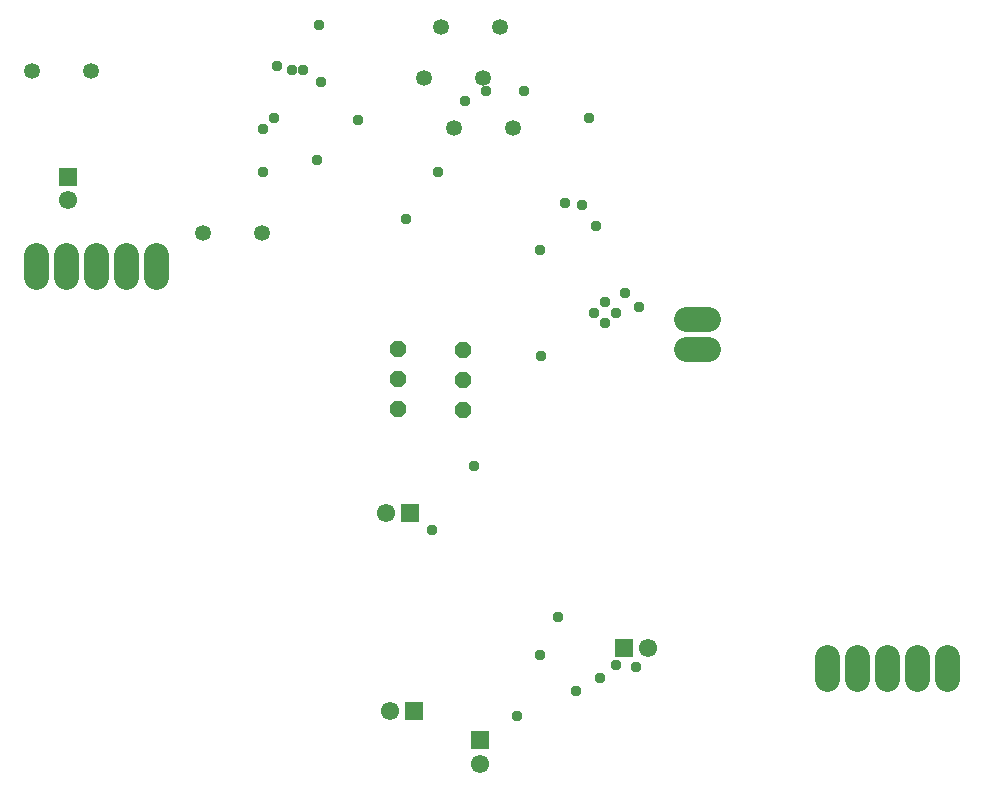
<source format=gbr>
G04 EAGLE Gerber X2 export*
%TF.Part,Single*%
%TF.FileFunction,Soldermask,Bot,1*%
%TF.FilePolarity,Positive*%
%TF.GenerationSoftware,Autodesk,EAGLE,9.2.2*%
%TF.CreationDate,2019-04-19T13:43:48Z*%
G75*
%MOMM*%
%FSLAX34Y34*%
%LPD*%
%INSoldermask Bottom*%
%AMOC8*
5,1,8,0,0,1.08239X$1,22.5*%
G01*
%ADD10C,1.346200*%
%ADD11R,1.553200X1.553200*%
%ADD12C,1.553200*%
%ADD13P,1.527469X8X292.500000*%
%ADD14C,2.082800*%
%ADD15C,0.959600*%


D10*
X221887Y468437D03*
X171887Y468437D03*
D11*
X57395Y515723D03*
D12*
X57395Y495723D03*
D10*
X384099Y557010D03*
X434099Y557010D03*
X408805Y599770D03*
X358805Y599770D03*
X373162Y642869D03*
X423162Y642869D03*
D13*
X336546Y319400D03*
X336546Y344800D03*
X336546Y370200D03*
X391420Y318041D03*
X391420Y343441D03*
X391420Y368841D03*
D14*
X30000Y430602D02*
X30000Y449398D01*
X55400Y449398D02*
X55400Y430602D01*
X80800Y430602D02*
X80800Y449398D01*
X106200Y449398D02*
X106200Y430602D01*
X131600Y430602D02*
X131600Y449398D01*
D10*
X26641Y605575D03*
X76641Y605575D03*
D14*
X700000Y109398D02*
X700000Y90602D01*
X725400Y90602D02*
X725400Y109398D01*
X750800Y109398D02*
X750800Y90602D01*
X776200Y90602D02*
X776200Y109398D01*
X801600Y109398D02*
X801600Y90602D01*
D11*
X346768Y230965D03*
D12*
X326768Y230965D03*
D11*
X350056Y63886D03*
D12*
X330056Y63886D03*
D11*
X405754Y38637D03*
D12*
X405754Y18637D03*
D11*
X528047Y116866D03*
D12*
X548047Y116866D03*
D14*
X580602Y370000D02*
X599398Y370000D01*
X599398Y395400D02*
X580602Y395400D01*
D15*
X487680Y80772D03*
X457200Y111252D03*
X521208Y400812D03*
X512064Y391668D03*
X234696Y609600D03*
X269748Y644652D03*
X457200Y454152D03*
X498348Y565404D03*
X472440Y143256D03*
X222504Y519684D03*
X507492Y91440D03*
X231648Y565404D03*
X222504Y556260D03*
X400812Y271272D03*
X268224Y530352D03*
X521208Y102108D03*
X512064Y409956D03*
X502920Y400812D03*
X492252Y492252D03*
X457568Y363709D03*
X528828Y417576D03*
X541020Y405384D03*
X303276Y563880D03*
X343558Y480372D03*
X246888Y606552D03*
X504444Y473964D03*
X478536Y493776D03*
X370332Y519684D03*
X256032Y606552D03*
X411480Y588264D03*
X393210Y580315D03*
X443484Y588264D03*
X271272Y595884D03*
X365760Y216408D03*
X437388Y59436D03*
X537972Y100584D03*
M02*

</source>
